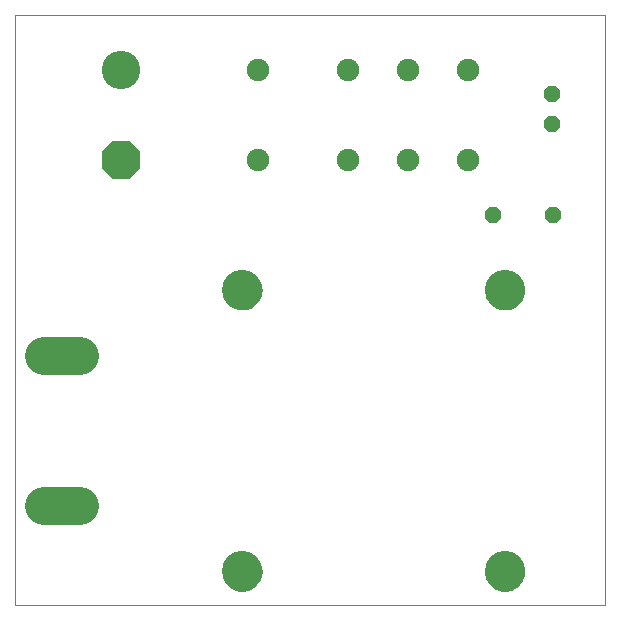
<source format=gts>
G75*
G70*
%OFA0B0*%
%FSLAX24Y24*%
%IPPOS*%
%LPD*%
%AMOC8*
5,1,8,0,0,1.08239X$1,22.5*
%
%ADD10C,0.0000*%
%ADD11C,0.0749*%
%ADD12OC8,0.0560*%
%ADD13OC8,0.1280*%
%ADD14C,0.1280*%
%ADD15C,0.1250*%
%ADD16C,0.1340*%
D10*
X000121Y000504D02*
X000121Y020189D01*
X019806Y020189D01*
X019806Y000504D01*
X000121Y000504D01*
X007046Y001634D02*
X007048Y001684D01*
X007054Y001734D01*
X007064Y001784D01*
X007077Y001832D01*
X007094Y001880D01*
X007115Y001926D01*
X007139Y001970D01*
X007167Y002012D01*
X007198Y002052D01*
X007232Y002089D01*
X007269Y002124D01*
X007308Y002155D01*
X007349Y002184D01*
X007393Y002209D01*
X007439Y002231D01*
X007486Y002249D01*
X007534Y002263D01*
X007583Y002274D01*
X007633Y002281D01*
X007683Y002284D01*
X007734Y002283D01*
X007784Y002278D01*
X007834Y002269D01*
X007882Y002257D01*
X007930Y002240D01*
X007976Y002220D01*
X008021Y002197D01*
X008064Y002170D01*
X008104Y002140D01*
X008142Y002107D01*
X008177Y002071D01*
X008210Y002032D01*
X008239Y001991D01*
X008265Y001948D01*
X008288Y001903D01*
X008307Y001856D01*
X008322Y001808D01*
X008334Y001759D01*
X008342Y001709D01*
X008346Y001659D01*
X008346Y001609D01*
X008342Y001559D01*
X008334Y001509D01*
X008322Y001460D01*
X008307Y001412D01*
X008288Y001365D01*
X008265Y001320D01*
X008239Y001277D01*
X008210Y001236D01*
X008177Y001197D01*
X008142Y001161D01*
X008104Y001128D01*
X008064Y001098D01*
X008021Y001071D01*
X007976Y001048D01*
X007930Y001028D01*
X007882Y001011D01*
X007834Y000999D01*
X007784Y000990D01*
X007734Y000985D01*
X007683Y000984D01*
X007633Y000987D01*
X007583Y000994D01*
X007534Y001005D01*
X007486Y001019D01*
X007439Y001037D01*
X007393Y001059D01*
X007349Y001084D01*
X007308Y001113D01*
X007269Y001144D01*
X007232Y001179D01*
X007198Y001216D01*
X007167Y001256D01*
X007139Y001298D01*
X007115Y001342D01*
X007094Y001388D01*
X007077Y001436D01*
X007064Y001484D01*
X007054Y001534D01*
X007048Y001584D01*
X007046Y001634D01*
X015796Y001634D02*
X015798Y001684D01*
X015804Y001734D01*
X015814Y001784D01*
X015827Y001832D01*
X015844Y001880D01*
X015865Y001926D01*
X015889Y001970D01*
X015917Y002012D01*
X015948Y002052D01*
X015982Y002089D01*
X016019Y002124D01*
X016058Y002155D01*
X016099Y002184D01*
X016143Y002209D01*
X016189Y002231D01*
X016236Y002249D01*
X016284Y002263D01*
X016333Y002274D01*
X016383Y002281D01*
X016433Y002284D01*
X016484Y002283D01*
X016534Y002278D01*
X016584Y002269D01*
X016632Y002257D01*
X016680Y002240D01*
X016726Y002220D01*
X016771Y002197D01*
X016814Y002170D01*
X016854Y002140D01*
X016892Y002107D01*
X016927Y002071D01*
X016960Y002032D01*
X016989Y001991D01*
X017015Y001948D01*
X017038Y001903D01*
X017057Y001856D01*
X017072Y001808D01*
X017084Y001759D01*
X017092Y001709D01*
X017096Y001659D01*
X017096Y001609D01*
X017092Y001559D01*
X017084Y001509D01*
X017072Y001460D01*
X017057Y001412D01*
X017038Y001365D01*
X017015Y001320D01*
X016989Y001277D01*
X016960Y001236D01*
X016927Y001197D01*
X016892Y001161D01*
X016854Y001128D01*
X016814Y001098D01*
X016771Y001071D01*
X016726Y001048D01*
X016680Y001028D01*
X016632Y001011D01*
X016584Y000999D01*
X016534Y000990D01*
X016484Y000985D01*
X016433Y000984D01*
X016383Y000987D01*
X016333Y000994D01*
X016284Y001005D01*
X016236Y001019D01*
X016189Y001037D01*
X016143Y001059D01*
X016099Y001084D01*
X016058Y001113D01*
X016019Y001144D01*
X015982Y001179D01*
X015948Y001216D01*
X015917Y001256D01*
X015889Y001298D01*
X015865Y001342D01*
X015844Y001388D01*
X015827Y001436D01*
X015814Y001484D01*
X015804Y001534D01*
X015798Y001584D01*
X015796Y001634D01*
X015796Y011014D02*
X015798Y011064D01*
X015804Y011114D01*
X015814Y011164D01*
X015827Y011212D01*
X015844Y011260D01*
X015865Y011306D01*
X015889Y011350D01*
X015917Y011392D01*
X015948Y011432D01*
X015982Y011469D01*
X016019Y011504D01*
X016058Y011535D01*
X016099Y011564D01*
X016143Y011589D01*
X016189Y011611D01*
X016236Y011629D01*
X016284Y011643D01*
X016333Y011654D01*
X016383Y011661D01*
X016433Y011664D01*
X016484Y011663D01*
X016534Y011658D01*
X016584Y011649D01*
X016632Y011637D01*
X016680Y011620D01*
X016726Y011600D01*
X016771Y011577D01*
X016814Y011550D01*
X016854Y011520D01*
X016892Y011487D01*
X016927Y011451D01*
X016960Y011412D01*
X016989Y011371D01*
X017015Y011328D01*
X017038Y011283D01*
X017057Y011236D01*
X017072Y011188D01*
X017084Y011139D01*
X017092Y011089D01*
X017096Y011039D01*
X017096Y010989D01*
X017092Y010939D01*
X017084Y010889D01*
X017072Y010840D01*
X017057Y010792D01*
X017038Y010745D01*
X017015Y010700D01*
X016989Y010657D01*
X016960Y010616D01*
X016927Y010577D01*
X016892Y010541D01*
X016854Y010508D01*
X016814Y010478D01*
X016771Y010451D01*
X016726Y010428D01*
X016680Y010408D01*
X016632Y010391D01*
X016584Y010379D01*
X016534Y010370D01*
X016484Y010365D01*
X016433Y010364D01*
X016383Y010367D01*
X016333Y010374D01*
X016284Y010385D01*
X016236Y010399D01*
X016189Y010417D01*
X016143Y010439D01*
X016099Y010464D01*
X016058Y010493D01*
X016019Y010524D01*
X015982Y010559D01*
X015948Y010596D01*
X015917Y010636D01*
X015889Y010678D01*
X015865Y010722D01*
X015844Y010768D01*
X015827Y010816D01*
X015814Y010864D01*
X015804Y010914D01*
X015798Y010964D01*
X015796Y011014D01*
X007046Y011014D02*
X007048Y011064D01*
X007054Y011114D01*
X007064Y011164D01*
X007077Y011212D01*
X007094Y011260D01*
X007115Y011306D01*
X007139Y011350D01*
X007167Y011392D01*
X007198Y011432D01*
X007232Y011469D01*
X007269Y011504D01*
X007308Y011535D01*
X007349Y011564D01*
X007393Y011589D01*
X007439Y011611D01*
X007486Y011629D01*
X007534Y011643D01*
X007583Y011654D01*
X007633Y011661D01*
X007683Y011664D01*
X007734Y011663D01*
X007784Y011658D01*
X007834Y011649D01*
X007882Y011637D01*
X007930Y011620D01*
X007976Y011600D01*
X008021Y011577D01*
X008064Y011550D01*
X008104Y011520D01*
X008142Y011487D01*
X008177Y011451D01*
X008210Y011412D01*
X008239Y011371D01*
X008265Y011328D01*
X008288Y011283D01*
X008307Y011236D01*
X008322Y011188D01*
X008334Y011139D01*
X008342Y011089D01*
X008346Y011039D01*
X008346Y010989D01*
X008342Y010939D01*
X008334Y010889D01*
X008322Y010840D01*
X008307Y010792D01*
X008288Y010745D01*
X008265Y010700D01*
X008239Y010657D01*
X008210Y010616D01*
X008177Y010577D01*
X008142Y010541D01*
X008104Y010508D01*
X008064Y010478D01*
X008021Y010451D01*
X007976Y010428D01*
X007930Y010408D01*
X007882Y010391D01*
X007834Y010379D01*
X007784Y010370D01*
X007734Y010365D01*
X007683Y010364D01*
X007633Y010367D01*
X007583Y010374D01*
X007534Y010385D01*
X007486Y010399D01*
X007439Y010417D01*
X007393Y010439D01*
X007349Y010464D01*
X007308Y010493D01*
X007269Y010524D01*
X007232Y010559D01*
X007198Y010596D01*
X007167Y010636D01*
X007139Y010678D01*
X007115Y010722D01*
X007094Y010768D01*
X007077Y010816D01*
X007064Y010864D01*
X007054Y010914D01*
X007048Y010964D01*
X007046Y011014D01*
D11*
X008235Y015343D03*
X011235Y015343D03*
X013235Y015343D03*
X015235Y015343D03*
X015235Y018343D03*
X013235Y018343D03*
X011235Y018343D03*
X008235Y018343D03*
D12*
X016050Y013496D03*
X018050Y013496D03*
X018034Y016539D03*
X018034Y017539D03*
D13*
X003664Y015343D03*
D14*
X003664Y018343D03*
D15*
X002301Y008824D02*
X001091Y008824D01*
X001091Y003824D02*
X002301Y003824D01*
D16*
X007696Y001634D03*
X016446Y001634D03*
X016446Y011014D03*
X007696Y011014D03*
M02*

</source>
